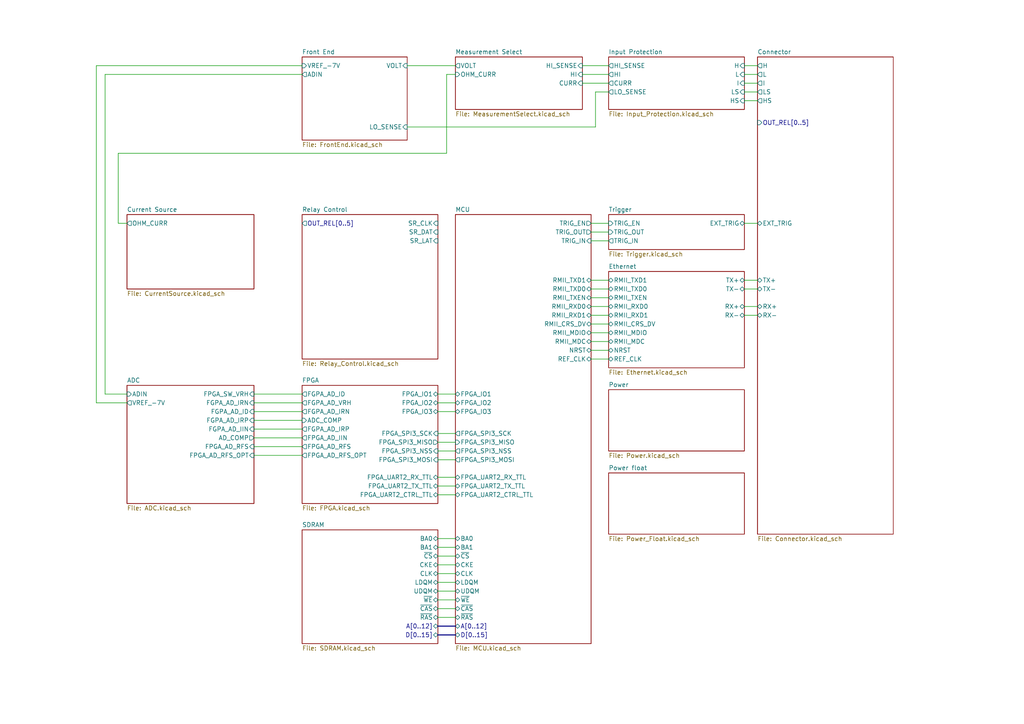
<source format=kicad_sch>
(kicad_sch (version 20230121) (generator eeschema)
  (paper "A4")
  (lib_symbols)
  (wire (pts (xy 36.83 114.3) (xy 30.48 114.3)))
  (wire (pts (xy 127 128.27) (xy 132.08 128.27)))
  (wire (pts (xy 118.11 36.83) (xy 172.72 36.83)))
  (wire (pts (xy 132.08 130.81) (xy 127 130.81)))
  (wire (pts (xy 118.11 19.05) (xy 132.08 19.05)))
  (wire (pts (xy 127 119.38) (xy 132.08 119.38)))
  (wire (pts (xy 73.66 116.84) (xy 87.63 116.84)))
  (wire (pts (xy 127 133.35) (xy 132.08 133.35)))
  (wire (pts (xy 127 168.91) (xy 132.08 168.91)))
  (wire (pts (xy 127 140.97) (xy 132.08 140.97)))
  (wire (pts (xy 34.29 64.77) (xy 34.29 44.45)))
  (wire (pts (xy 129.54 44.45) (xy 129.54 21.59)))
  (wire (pts (xy 171.45 83.82) (xy 176.53 83.82)))
  (wire (pts (xy 127 158.75) (xy 132.08 158.75)))
  (wire (pts (xy 219.71 81.28) (xy 215.9 81.28)))
  (wire (pts (xy 219.71 29.21) (xy 215.9 29.21)))
  (wire (pts (xy 215.9 91.44) (xy 219.71 91.44)))
  (wire (pts (xy 168.91 24.13) (xy 176.53 24.13)))
  (wire (pts (xy 176.53 67.31) (xy 171.45 67.31)))
  (wire (pts (xy 132.08 166.37) (xy 127 166.37)))
  (wire (pts (xy 36.83 64.77) (xy 34.29 64.77)))
  (wire (pts (xy 171.45 69.85) (xy 176.53 69.85)))
  (wire (pts (xy 168.91 21.59) (xy 176.53 21.59)))
  (wire (pts (xy 132.08 143.51) (xy 127 143.51)))
  (wire (pts (xy 172.72 26.67) (xy 176.53 26.67)))
  (wire (pts (xy 168.91 19.05) (xy 176.53 19.05)))
  (wire (pts (xy 176.53 91.44) (xy 171.45 91.44)))
  (wire (pts (xy 87.63 114.3) (xy 73.66 114.3)))
  (wire (pts (xy 219.71 19.05) (xy 215.9 19.05)))
  (wire (pts (xy 132.08 176.53) (xy 127 176.53)))
  (wire (pts (xy 176.53 86.36) (xy 171.45 86.36)))
  (wire (pts (xy 73.66 127) (xy 87.63 127)))
  (wire (pts (xy 215.9 21.59) (xy 219.71 21.59)))
  (wire (pts (xy 73.66 132.08) (xy 87.63 132.08)))
  (wire (pts (xy 171.45 93.98) (xy 176.53 93.98)))
  (wire (pts (xy 132.08 171.45) (xy 127 171.45)))
  (wire (pts (xy 176.53 101.6) (xy 171.45 101.6)))
  (wire (pts (xy 127 173.99) (xy 132.08 173.99)))
  (wire (pts (xy 215.9 24.13) (xy 219.71 24.13)))
  (wire (pts (xy 127 114.3) (xy 132.08 114.3)))
  (bus (pts (xy 132.08 184.15) (xy 127 184.15)))
  (wire (pts (xy 127 163.83) (xy 132.08 163.83)))
  (wire (pts (xy 127 125.73) (xy 132.08 125.73)))
  (wire (pts (xy 215.9 26.67) (xy 219.71 26.67)))
  (wire (pts (xy 27.94 19.05) (xy 27.94 116.84)))
  (wire (pts (xy 171.45 99.06) (xy 176.53 99.06)))
  (wire (pts (xy 34.29 44.45) (xy 129.54 44.45)))
  (wire (pts (xy 219.71 64.77) (xy 215.9 64.77)))
  (wire (pts (xy 172.72 36.83) (xy 172.72 26.67)))
  (bus (pts (xy 127 181.61) (xy 132.08 181.61)))
  (wire (pts (xy 132.08 156.21) (xy 127 156.21)))
  (wire (pts (xy 171.45 88.9) (xy 176.53 88.9)))
  (wire (pts (xy 87.63 119.38) (xy 73.66 119.38)))
  (wire (pts (xy 171.45 64.77) (xy 176.53 64.77)))
  (wire (pts (xy 132.08 138.43) (xy 127 138.43)))
  (wire (pts (xy 87.63 124.46) (xy 73.66 124.46)))
  (wire (pts (xy 73.66 121.92) (xy 87.63 121.92)))
  (wire (pts (xy 176.53 81.28) (xy 171.45 81.28)))
  (wire (pts (xy 129.54 21.59) (xy 132.08 21.59)))
  (wire (pts (xy 132.08 116.84) (xy 127 116.84)))
  (wire (pts (xy 171.45 104.14) (xy 176.53 104.14)))
  (wire (pts (xy 87.63 129.54) (xy 73.66 129.54)))
  (wire (pts (xy 215.9 83.82) (xy 219.71 83.82)))
  (wire (pts (xy 176.53 96.52) (xy 171.45 96.52)))
  (wire (pts (xy 132.08 161.29) (xy 127 161.29)))
  (wire (pts (xy 27.94 116.84) (xy 36.83 116.84)))
  (wire (pts (xy 87.63 19.05) (xy 27.94 19.05)))
  (wire (pts (xy 30.48 21.59) (xy 87.63 21.59)))
  (wire (pts (xy 30.48 114.3) (xy 30.48 21.59)))
  (wire (pts (xy 219.71 88.9) (xy 215.9 88.9)))
  (wire (pts (xy 127 179.07) (xy 132.08 179.07)))
  (sheet (at 176.53 113.03) (size 39.37 17.78)
    (property "Sheetname" "Power" (at 176.53 112.3184 0) (effects (justify left bottom)))
    (property "Sheetfile" "Power.kicad_sch" (at 176.53 131.3946 0) (effects (justify left top)))
  )
  (sheet (at 176.53 137.16) (size 39.37 17.78)
    (property "Sheetname" "Power float" (at 176.53 136.4484 0) (effects (justify left bottom)))
    (property "Sheetfile" "Power_Float.kicad_sch" (at 176.53 155.5246 0) (effects (justify left top)))
  )
  (sheet (at 87.63 62.23) (size 39.37 41.91)
    (property "Sheetname" "Relay Control" (at 87.63 61.5184 0) (effects (justify left bottom)))
    (property "Sheetfile" "Relay_Control.kicad_sch" (at 87.63 104.7246 0) (effects (justify left top)))
    (pin "SR_CLK" input (at 127 64.77 0))
    (pin "SR_DAT" input (at 127 67.31 0))
    (pin "SR_LAT" input (at 127 69.85 0))
    (pin "OUT_REL[0..5]" output (at 87.63 64.77 180))
  )
  (sheet (at 176.53 78.74) (size 39.37 27.94)
    (property "Sheetname" "Ethernet" (at 176.53 78.0284 0) (effects (justify left bottom)))
    (property "Sheetfile" "Ethernet.kicad_sch" (at 176.53 107.2646 0) (effects (justify left top)))
    (pin "TX+" bidirectional (at 215.9 81.28 0))
    (pin "TX-" bidirectional (at 215.9 83.82 0))
    (pin "RX+" bidirectional (at 215.9 88.9 0))
    (pin "RX-" bidirectional (at 215.9 91.44 0))
    (pin "RMII_TXD1" bidirectional (at 176.53 81.28 180))
    (pin "RMII_TXD0" bidirectional (at 176.53 83.82 180))
    (pin "RMII_TXEN" bidirectional (at 176.53 86.36 180))
    (pin "RMII_RXD0" bidirectional (at 176.53 88.9 180))
    (pin "RMII_RXD1" bidirectional (at 176.53 91.44 180))
    (pin "RMII_CRS_DV" bidirectional (at 176.53 93.98 180))
    (pin "RMII_MDIO" bidirectional (at 176.53 96.52 180))
    (pin "RMII_MDC" bidirectional (at 176.53 99.06 180))
    (pin "NRST" bidirectional (at 176.53 101.6 180))
    (pin "REF_CLK" bidirectional (at 176.53 104.14 180))
  )
  (sheet (at 176.53 62.23) (size 39.37 10.16)
    (property "Sheetname" "Trigger" (at 176.53 61.5184 0) (effects (justify left bottom)))
    (property "Sheetfile" "Trigger.kicad_sch" (at 176.53 72.9746 0) (effects (justify left top)))
    (pin "EXT_TRIG" bidirectional (at 215.9 64.77 0))
    (pin "TRIG_EN" input (at 176.53 64.77 180))
    (pin "TRIG_OUT" input (at 176.53 67.31 180))
    (pin "TRIG_IN" output (at 176.53 69.85 180))
  )
  (sheet (at 36.83 111.76) (size 36.83 34.29)
    (property "Sheetname" "ADC" (at 36.83 111.0484 0) (effects (justify left bottom)))
    (property "Sheetfile" "ADC.kicad_sch" (at 36.83 146.6346 0) (effects (justify left top)))
    (pin "FPGA_SW_VRH" input (at 73.66 114.3 0))
    (pin "FGPA_AD_IRN" input (at 73.66 116.84 0))
    (pin "FGPA_AD_ID" input (at 73.66 119.38 0))
    (pin "FGPA_AD_IRP" input (at 73.66 121.92 0))
    (pin "FGPA_AD_IIN" input (at 73.66 124.46 0))
    (pin "ADIN" input (at 36.83 114.3 180))
    (pin "AD_COMP" output (at 73.66 127 0))
    (pin "FPGA_AD_RFS" input (at 73.66 129.54 0))
    (pin "VREF_-7V" output (at 36.83 116.84 180))
    (pin "FPGA_AD_RFS_OPT" input (at 73.66 132.08 0))
  )
  (sheet (at 87.63 153.67) (size 39.37 33.02)
    (property "Sheetname" "SDRAM" (at 87.63 152.9584 0) (effects (justify left bottom)))
    (property "Sheetfile" "SDRAM.kicad_sch" (at 87.63 187.2746 0) (effects (justify left top)))
    (pin "BA0" bidirectional (at 127 156.21 0))
    (pin "BA1" bidirectional (at 127 158.75 0))
    (pin "~{CS}" bidirectional (at 127 161.29 0))
    (pin "CKE" bidirectional (at 127 163.83 0))
    (pin "CLK" bidirectional (at 127 166.37 0))
    (pin "LDQM" bidirectional (at 127 168.91 0))
    (pin "UDQM" bidirectional (at 127 171.45 0))
    (pin "~{WE}" bidirectional (at 127 173.99 0))
    (pin "~{CAS}" bidirectional (at 127 176.53 0))
    (pin "~{RAS}" bidirectional (at 127 179.07 0))
    (pin "D[0..15]" bidirectional (at 127 184.15 0))
    (pin "A[0..12]" bidirectional (at 127 181.61 0))
  )
  (sheet (at 132.08 62.23) (size 39.37 124.46)
    (property "Sheetname" "MCU" (at 132.08 61.5184 0) (effects (justify left bottom)))
    (property "Sheetfile" "MCU.kicad_sch" (at 132.08 187.2746 0) (effects (justify left top)))
    (pin "RMII_TXD1" bidirectional (at 171.45 81.28 0))
    (pin "RMII_TXD0" bidirectional (at 171.45 83.82 0))
    (pin "RMII_TXEN" bidirectional (at 171.45 86.36 0))
    (pin "RMII_RXD0" bidirectional (at 171.45 88.9 0))
    (pin "RMII_RXD1" bidirectional (at 171.45 91.44 0))
    (pin "RMII_CRS_DV" bidirectional (at 171.45 93.98 0))
    (pin "RMII_MDIO" bidirectional (at 171.45 96.52 0))
    (pin "RMII_MDC" bidirectional (at 171.45 99.06 0))
    (pin "REF_CLK" bidirectional (at 171.45 104.14 0))
    (pin "NRST" bidirectional (at 171.45 101.6 0))
    (pin "TRIG_EN" output (at 171.45 64.77 0))
    (pin "TRIG_OUT" output (at 171.45 67.31 0))
    (pin "TRIG_IN" input (at 171.45 69.85 0))
    (pin "~{CS}" bidirectional (at 132.08 161.29 180))
    (pin "CKE" bidirectional (at 132.08 163.83 180))
    (pin "CLK" bidirectional (at 132.08 166.37 180))
    (pin "LDQM" bidirectional (at 132.08 168.91 180))
    (pin "UDQM" bidirectional (at 132.08 171.45 180))
    (pin "~{WE}" bidirectional (at 132.08 173.99 180))
    (pin "~{CAS}" bidirectional (at 132.08 176.53 180))
    (pin "~{RAS}" bidirectional (at 132.08 179.07 180))
    (pin "D[0..15]" bidirectional (at 132.08 184.15 180))
    (pin "BA0" bidirectional (at 132.08 156.21 180))
    (pin "BA1" bidirectional (at 132.08 158.75 180))
    (pin "FPGA_UART2_CTRL_TTL" bidirectional (at 132.08 143.51 180))
    (pin "FPGA_IO1" bidirectional (at 132.08 114.3 180))
    (pin "FPGA_IO2" bidirectional (at 132.08 116.84 180))
    (pin "FPGA_UART2_RX_TTL" bidirectional (at 132.08 138.43 180))
    (pin "FPGA_UART2_TX_TTL" bidirectional (at 132.08 140.97 180))
    (pin "FPGA_SPI3_SCK" output (at 132.08 125.73 180))
    (pin "FPGA_SPI3_MISO" input (at 132.08 128.27 180))
    (pin "FPGA_SPI3_MOSI" output (at 132.08 133.35 180))
    (pin "FPGA_SPI3_NSS" output (at 132.08 130.81 180))
    (pin "FPGA_IO3" bidirectional (at 132.08 119.38 180))
    (pin "A[0..12]" bidirectional (at 132.08 181.61 180))
  )
  (sheet (at 87.63 111.76) (size 39.37 34.29)
    (property "Sheetname" "FPGA" (at 87.63 111.0484 0) (effects (justify left bottom)))
    (property "Sheetfile" "FPGA.kicad_sch" (at 87.63 146.6346 0) (effects (justify left top)))
    (pin "FPGA_IO1" bidirectional (at 127 114.3 0))
    (pin "FPGA_IO2" bidirectional (at 127 116.84 0))
    (pin "FPGA_UART2_TX_TTL" bidirectional (at 127 140.97 0))
    (pin "FPGA_SPI3_NSS" input (at 127 130.81 0))
    (pin "FPGA_SPI3_SCK" input (at 127 125.73 0))
    (pin "FPGA_SPI3_MISO" output (at 127 128.27 0))
    (pin "FPGA_UART2_RX_TTL" bidirectional (at 127 138.43 0))
    (pin "FPGA_SPI3_MOSI" input (at 127 133.35 0))
    (pin "FPGA_UART2_CTRL_TTL" bidirectional (at 127 143.51 0))
    (pin "ADC_COMP" input (at 87.63 121.92 180))
    (pin "FGPA_AD_ID" output (at 87.63 114.3 180))
    (pin "FGPA_AD_VRH" output (at 87.63 116.84 180))
    (pin "FGPA_AD_IRN" output (at 87.63 119.38 180))
    (pin "FGPA_AD_IRP" output (at 87.63 124.46 180))
    (pin "FPGA_AD_IIN" output (at 87.63 127 180))
    (pin "FPGA_AD_RFS" output (at 87.63 129.54 180))
    (pin "FPGA_AD_RFS_OPT" output (at 87.63 132.08 180))
    (pin "FPGA_IO3" bidirectional (at 127 119.38 0))
  )
  (sheet (at 219.71 16.51) (size 39.37 138.43)
    (property "Sheetname" "Connector" (at 219.71 15.7984 0) (effects (justify left bottom)))
    (property "Sheetfile" "Connector.kicad_sch" (at 219.71 155.5246 0) (effects (justify left top)))
    (pin "TX-" bidirectional (at 219.71 83.82 180))
    (pin "RX-" bidirectional (at 219.71 91.44 180))
    (pin "TX+" bidirectional (at 219.71 81.28 180))
    (pin "RX+" bidirectional (at 219.71 88.9 180))
    (pin "EXT_TRIG" bidirectional (at 219.71 64.77 180))
    (pin "H" output (at 219.71 19.05 180))
    (pin "L" output (at 219.71 21.59 180))
    (pin "I" output (at 219.71 24.13 180))
    (pin "LS" output (at 219.71 26.67 180))
    (pin "HS" output (at 219.71 29.21 180))
    (pin "OUT_REL[0..5]" input (at 219.71 35.56 180))
  )
  (sheet (at 176.53 16.51) (size 39.37 15.24)
    (property "Sheetname" "Input Protection" (at 176.53 15.7984 0) (effects (justify left bottom)))
    (property "Sheetfile" "Input_Protection.kicad_sch" (at 176.53 32.3346 0) (effects (justify left top)))
    (pin "HS" input (at 215.9 29.21 0))
    (pin "HI_SENSE" output (at 176.53 19.05 180))
    (pin "HI" output (at 176.53 21.59 180))
    (pin "H" input (at 215.9 19.05 0))
    (pin "LS" input (at 215.9 26.67 0))
    (pin "LO_SENSE" output (at 176.53 26.67 180))
    (pin "I" input (at 215.9 24.13 0))
    (pin "L" input (at 215.9 21.59 0))
    (pin "CURR" output (at 176.53 24.13 180))
  )
  (sheet (at 132.08 16.51) (size 36.83 15.24) (stroke (width 0.1524))
    (property "Sheetname" "Measurement Select" (at 132.08 15.7984 0) (effects (justify left bottom)))
    (property "Sheetfile" "MeasurementSelect.kicad_sch" (at 132.08 32.3346 0) (effects (justify left top)))
    (pin "HI" input (at 168.91 21.59 0))
    (pin "HI_SENSE" input (at 168.91 19.05 0))
    (pin "OHM_CURR" input (at 132.08 21.59 180))
    (pin "VOLT" output (at 132.08 19.05 180))
    (pin "CURR" input (at 168.91 24.13 0))
  )
  (sheet (at 87.63 16.51) (size 30.48 24.13) (stroke (width 0.1524))
    (property "Sheetname" "Front End" (at 87.63 15.7984 0) (effects (justify left bottom)))
    (property "Sheetfile" "FrontEnd.kicad_sch" (at 87.63 41.2246 0) (effects (justify left top)))
    (pin "LO_SENSE" input (at 118.11 36.83 0))
    (pin "VOLT" input (at 118.11 19.05 0))
    (pin "ADIN" output (at 87.63 21.59 180))
    (pin "VREF_-7V" input (at 87.63 19.05 180))
  )
  (sheet (at 36.83 62.23) (size 36.83 21.59) (stroke (width 0.1524))
    (property "Sheetname" "Current Source" (at 36.83 61.5184 0) (effects (justify left bottom)))
    (property "Sheetfile" "CurrentSource.kicad_sch" (at 36.83 84.4046 0) (effects (justify left top)))
    (pin "OHM_CURR" output (at 36.83 64.77 180))
  )
)
</source>
